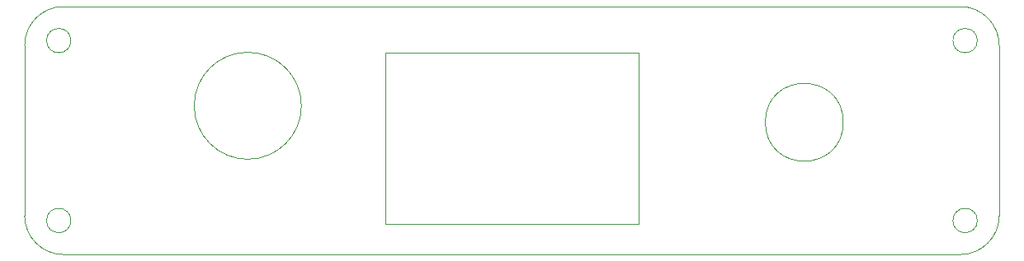
<source format=gbr>
%TF.GenerationSoftware,KiCad,Pcbnew,5.0.2+dfsg1-1*%
%TF.CreationDate,2021-08-12T08:11:43+08:00*%
%TF.ProjectId,shell_2,7368656c-6c5f-4322-9e6b-696361645f70,rev?*%
%TF.SameCoordinates,Original*%
%TF.FileFunction,Profile,NP*%
%FSLAX46Y46*%
G04 Gerber Fmt 4.6, Leading zero omitted, Abs format (unit mm)*
G04 Created by KiCad (PCBNEW 5.0.2+dfsg1-1) date 2021年08月12日 星期四 08时11分43秒*
%MOMM*%
%LPD*%
G01*
G04 APERTURE LIST*
%ADD10C,0.100000*%
%ADD11C,0.050000*%
G04 APERTURE END LIST*
D10*
X137000000Y-104750000D02*
X163000000Y-104750000D01*
X137000000Y-104750000D02*
X137000000Y-122350000D01*
X163000000Y-122350000D02*
X137000000Y-122350000D01*
X163000000Y-104750000D02*
X163000000Y-122350000D01*
D11*
X184000000Y-111900000D02*
G75*
G03X184000000Y-111900000I-4000000J0D01*
G01*
X128400000Y-110200000D02*
G75*
G03X128400000Y-110200000I-5500000J0D01*
G01*
X197750000Y-103500000D02*
G75*
G03X197750000Y-103500000I-1250000J0D01*
G01*
X197750000Y-122000000D02*
G75*
G03X197750000Y-122000000I-1250000J0D01*
G01*
X104750000Y-122000000D02*
G75*
G03X104750000Y-122000000I-1250000J0D01*
G01*
X104750000Y-103500000D02*
G75*
G03X104750000Y-103500000I-1250000J0D01*
G01*
X100000000Y-121500000D02*
G75*
G03X104000000Y-125500000I4000000J0D01*
G01*
X196000000Y-125500000D02*
G75*
G03X200000000Y-121500000I0J4000000D01*
G01*
X200000000Y-104000000D02*
G75*
G03X196000000Y-100000000I-4000000J0D01*
G01*
X104000000Y-100000000D02*
G75*
G03X100000000Y-104000000I0J-4000000D01*
G01*
X196000000Y-100000000D02*
X104000000Y-100000000D01*
X200000000Y-121500000D02*
X200000000Y-104000000D01*
X104000000Y-125500000D02*
X196000000Y-125500000D01*
X100000000Y-104000000D02*
X100000000Y-121500000D01*
M02*

</source>
